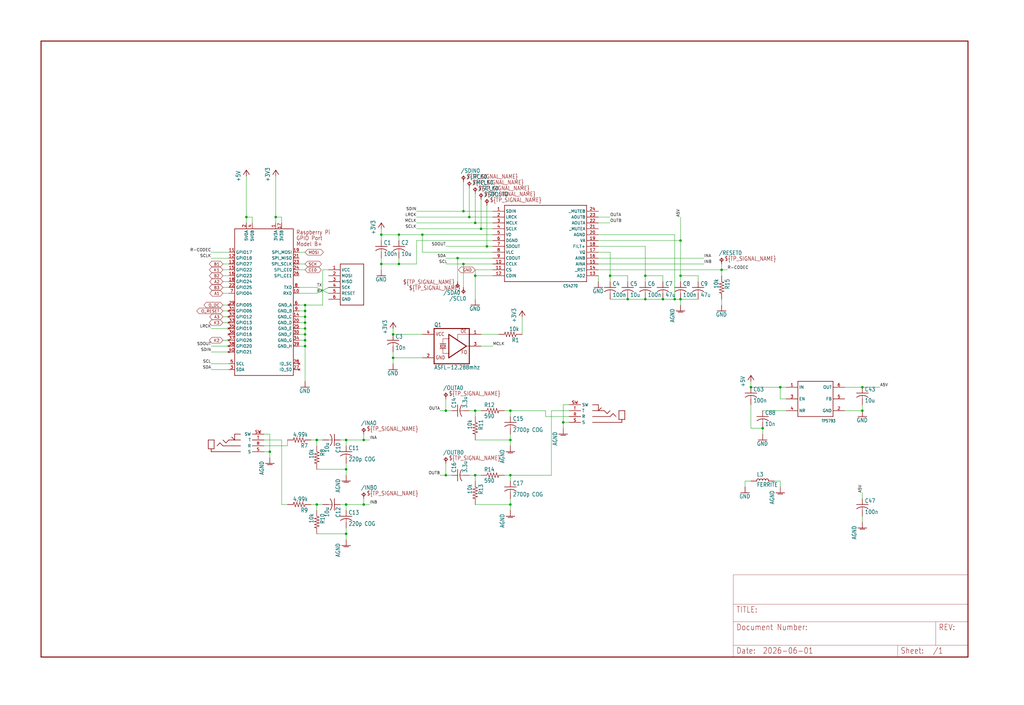
<source format=kicad_sch>
(kicad_sch (version 20231120) (generator "eeschema") (generator_version "8.0")
  (paper "User" 443.357 305.206)
  (lib_symbols
    (symbol "norns-shield-210330-eagle-import:+3V3" (power)
      (symbol "+3V3_1_0"
        (pin power_in line (at 0 -2.54 90) (length 2.54) (name "+3V3") (number "1"))
      )
    )
    (symbol "norns-shield-210330-eagle-import:+5V" (power)
      (symbol "+5V_1_0"
        (pin power_in line (at 0 -2.54 90) (length 2.54) (name "+5V") (number "1"))
      )
    )
    (symbol "norns-shield-210330-eagle-import:AGND" (power)
      (symbol "AGND_1_0"
        (pin power_in line (at 0 2.54 270) (length 2.54) (name "AGND") (number "1"))
      )
    )
    (symbol "norns-shield-210330-eagle-import:ASF"
      (property "Reference" "Q" (at -7.62 8.255 0))
      (symbol "ASF_1_0"
        (text "FO" (at 4.064 -3.556 0) (effects (font (size 1.524 1.2954)) (justify left bottom)))
        (text "GND" (at -6.985 -5.842 0) (effects (font (size 1.524 1.2954)) (justify left bottom)))
        (text "OE" (at 3.81 5.588 0) (effects (font (size 1.524 1.2954)) (justify left bottom)))
        (text "VCC" (at -6.985 4.318 0) (effects (font (size 1.524 1.2954)) (justify left bottom)))
        (pin input line (at 12.7 5.08 180) (length 5.08) (name "OE") (number "1"))
        (pin power_in line (at -12.7 -5.08 0) (length 5.08) (name "GND") (number "2"))
        (pin output line (at 12.7 0 180) (length 5.08) (name "FO") (number "3"))
        (pin power_in line (at -12.7 5.08 0) (length 5.08) (name "VCC") (number "4"))
      )
    )
    (symbol "norns-shield-210330-eagle-import:C-USC0603"
      (property "Reference" "C" (at 1.016 0.635 0))
      (symbol "C-USC0603_1_0"
        (pin passive line (at 0 2.54 270) (length 2.54) (name "1") (number "1"))
        (pin passive line (at 0 -5.08 90) (length 2.54) (name "2") (number "2"))
      )
    )
    (symbol "norns-shield-210330-eagle-import:C-USC0805"
      (property "Reference" "C" (at 1.016 0.635 0))
      (symbol "C-USC0805_1_0"
        (pin passive line (at 0 2.54 270) (length 2.54) (name "1") (number "1"))
        (pin passive line (at 0 -5.08 90) (length 2.54) (name "2") (number "2"))
      )
    )
    (symbol "norns-shield-210330-eagle-import:C-USC1206"
      (property "Reference" "C" (at 1.016 0.635 0))
      (symbol "C-USC1206_1_0"
        (pin passive line (at 0 2.54 270) (length 2.54) (name "1") (number "1"))
        (pin passive line (at 0 -5.08 90) (length 2.54) (name "2") (number "2"))
      )
    )
    (symbol "norns-shield-210330-eagle-import:CS4270"
      (symbol "CS4270_1_0"
        (pin bidirectional line (at -22.86 12.7 0) (length 5.08) (name "SDIN") (number "1"))
        (pin bidirectional line (at -22.86 -10.16 0) (length 5.08) (name "CCLK") (number "10"))
        (pin bidirectional line (at -22.86 -12.7 0) (length 5.08) (name "CS") (number "11"))
        (pin bidirectional line (at -22.86 -15.24 0) (length 5.08) (name "CDIN") (number "12"))
        (pin bidirectional line (at 22.86 -15.24 180) (length 5.08) (name "AD2") (number "13"))
        (pin bidirectional line (at 22.86 -12.7 180) (length 5.08) (name "_RST") (number "14"))
        (pin bidirectional line (at 22.86 -10.16 180) (length 5.08) (name "AINA") (number "15"))
        (pin bidirectional line (at 22.86 -7.62 180) (length 5.08) (name "AINB") (number "16"))
        (pin bidirectional line (at 22.86 -5.08 180) (length 5.08) (name "VQ") (number "17"))
        (pin bidirectional line (at 22.86 -2.54 180) (length 5.08) (name "FILT+") (number "18"))
        (pin bidirectional line (at 22.86 0 180) (length 5.08) (name "VA") (number "19"))
        (pin bidirectional line (at -22.86 10.16 0) (length 5.08) (name "LRCK") (number "2"))
        (pin bidirectional line (at 22.86 2.54 180) (length 5.08) (name "AGND") (number "20"))
        (pin bidirectional line (at 22.86 5.08 180) (length 5.08) (name "_MUTEA") (number "21"))
        (pin bidirectional line (at 22.86 7.62 180) (length 5.08) (name "AOUTA") (number "22"))
        (pin bidirectional line (at 22.86 10.16 180) (length 5.08) (name "AOUTB") (number "23"))
        (pin bidirectional line (at 22.86 12.7 180) (length 5.08) (name "_MUTEB") (number "24"))
        (pin bidirectional line (at -22.86 7.62 0) (length 5.08) (name "MCLK") (number "3"))
        (pin bidirectional line (at -22.86 5.08 0) (length 5.08) (name "SCLK") (number "4"))
        (pin bidirectional line (at -22.86 2.54 0) (length 5.08) (name "VD") (number "5"))
        (pin bidirectional line (at -22.86 0 0) (length 5.08) (name "DGND") (number "6"))
        (pin bidirectional line (at -22.86 -2.54 0) (length 5.08) (name "SDOUT") (number "7"))
        (pin bidirectional line (at -22.86 -5.08 0) (length 5.08) (name "VLC") (number "8"))
        (pin bidirectional line (at -22.86 -7.62 0) (length 5.08) (name "CDOUT") (number "9"))
      )
    )
    (symbol "norns-shield-210330-eagle-import:GND" (power)
      (symbol "GND_1_0"
        (pin power_in line (at 0 2.54 270) (length 2.54) (name "GND") (number "1"))
      )
    )
    (symbol "norns-shield-210330-eagle-import:ISP-ROW"
      (symbol "ISP-ROW_1_0"
        (pin bidirectional line (at -7.62 5.08 0) (length 5.08) (name "VCC") (number "1"))
        (pin bidirectional line (at -7.62 2.54 0) (length 5.08) (name "MOSI") (number "2"))
        (pin bidirectional line (at -7.62 0 0) (length 5.08) (name "MISO") (number "3"))
        (pin bidirectional line (at -7.62 -2.54 0) (length 5.08) (name "SCK") (number "4"))
        (pin bidirectional line (at -7.62 -5.08 0) (length 5.08) (name "RESET") (number "5"))
        (pin bidirectional line (at -7.62 -7.62 0) (length 5.08) (name "GND") (number "6"))
      )
    )
    (symbol "norns-shield-210330-eagle-import:JACK-TRS-SW"
      (symbol "JACK-TRS-SW_1_0"
        (pin bidirectional line (at 12.7 0 180) (length 5.08) (name "R") (number "R"))
        (pin bidirectional line (at 12.7 2.54 180) (length 5.08) (name "S") (number "S"))
        (pin bidirectional line (at 12.7 -5.08 180) (length 5.08) (name "SW") (number "SW"))
        (pin bidirectional line (at 12.7 -2.54 180) (length 5.08) (name "T") (number "T"))
      )
    )
    (symbol "norns-shield-210330-eagle-import:L_0805"
      (property "Reference" "L" (at -2.54 1.905 0))
      (symbol "L_0805_1_0"
        (pin passive line (at 5.08 0 180) (length 2.54) (name "1") (number "1"))
        (pin passive line (at -5.08 0 0) (length 2.54) (name "2") (number "2"))
      )
    )
    (symbol "norns-shield-210330-eagle-import:R-US_R0603"
      (property "Reference" "R" (at -3.81 1.4986 0))
      (symbol "R-US_R0603_1_0"
        (pin passive line (at -5.08 0 0) (length 2.54) (name "1") (number "1"))
        (pin passive line (at 5.08 0 180) (length 2.54) (name "2") (number "2"))
      )
    )
    (symbol "norns-shield-210330-eagle-import:RASPI_BOARD_B+#_E3"
      (symbol "RASPI_BOARD_B+#_E3_1_0"
        (text "GPIO Port" (at 13.97 20.32 0) (effects (font (size 1.778 1.5113)) (justify left bottom)))
        (text "Model B+" (at 13.97 17.78 0) (effects (font (size 1.778 1.5113)) (justify left bottom)))
        (text "Raspberry Pi" (at 13.97 22.86 0) (effects (font (size 1.778 1.5113)) (justify left bottom)))
        (pin power_in line (at 5.08 27.94 270) (length 2.54) (name "3V3A") (number "1"))
        (pin bidirectional line (at 15.24 -2.54 180) (length 2.54) (name "RXD") (number "10"))
        (pin bidirectional line (at -15.24 15.24 0) (length 2.54) (name "GPIO17") (number "11"))
        (pin bidirectional line (at -15.24 12.7 0) (length 2.54) (name "GPIO18") (number "12"))
        (pin bidirectional line (at -15.24 10.16 0) (length 2.54) (name "GPIO27") (number "13"))
        (pin power_in line (at 15.24 -12.7 180) (length 2.54) (name "GND_C") (number "14"))
        (pin bidirectional line (at -15.24 7.62 0) (length 2.54) (name "GPIO22") (number "15"))
        (pin bidirectional line (at -15.24 5.08 0) (length 2.54) (name "GPIO23") (number "16"))
        (pin power_in line (at 7.62 27.94 270) (length 2.54) (name "3V3B") (number "17"))
        (pin bidirectional line (at -15.24 2.54 0) (length 2.54) (name "GPIO24") (number "18"))
        (pin bidirectional line (at 15.24 15.24 180) (length 2.54) (name "SPI_MOSI") (number "19"))
        (pin power_in line (at -7.62 27.94 270) (length 2.54) (name "5V0A") (number "2"))
        (pin power_in line (at 15.24 -15.24 180) (length 2.54) (name "GND_D") (number "20"))
        (pin bidirectional line (at 15.24 12.7 180) (length 2.54) (name "SPI_MISO") (number "21"))
        (pin bidirectional line (at -15.24 0 0) (length 2.54) (name "GPIO25") (number "22"))
        (pin bidirectional line (at 15.24 10.16 180) (length 2.54) (name "SPI_SCLK") (number "23"))
        (pin bidirectional line (at 15.24 7.62 180) (length 2.54) (name "SPI_CE0") (number "24"))
        (pin power_in line (at 15.24 -17.78 180) (length 2.54) (name "GND_E") (number "25"))
        (pin bidirectional line (at 15.24 5.08 180) (length 2.54) (name "SPI_CE1") (number "26"))
        (pin no_connect line (at 15.24 -35.56 180) (length 2.54) (name "ID_SD") (number "27"))
        (pin no_connect line (at 15.24 -33.02 180) (length 2.54) (name "ID_SC") (number "28"))
        (pin no_connect line (at -15.24 -7.62 0) (length 2.54) (name "GPIO05") (number "29"))
        (pin bidirectional line (at -15.24 -35.56 0) (length 2.54) (name "SDA") (number "3"))
        (pin power_in line (at 15.24 -20.32 180) (length 2.54) (name "GND_F") (number "30"))
        (pin no_connect line (at -15.24 -10.16 0) (length 2.54) (name "GPIO06") (number "31"))
        (pin no_connect line (at -15.24 -12.7 0) (length 2.54) (name "GPIO12") (number "32"))
        (pin no_connect line (at -15.24 -15.24 0) (length 2.54) (name "GPIO13") (number "33"))
        (pin power_in line (at 15.24 -22.86 180) (length 2.54) (name "GND_G") (number "34"))
        (pin no_connect line (at -15.24 -17.78 0) (length 2.54) (name "GPIO19") (number "35"))
        (pin no_connect line (at -15.24 -20.32 0) (length 2.54) (name "GPIO16") (number "36"))
        (pin no_connect line (at -15.24 -22.86 0) (length 2.54) (name "GPIO26") (number "37"))
        (pin no_connect line (at -15.24 -25.4 0) (length 2.54) (name "GPIO20") (number "38"))
        (pin power_in line (at 15.24 -25.4 180) (length 2.54) (name "GND_H") (number "39"))
        (pin power_in line (at -5.08 27.94 270) (length 2.54) (name "5V0B") (number "4"))
        (pin no_connect line (at -15.24 -27.94 0) (length 2.54) (name "GPIO21") (number "40"))
        (pin bidirectional line (at -15.24 -33.02 0) (length 2.54) (name "SCL") (number "5"))
        (pin power_in line (at 15.24 -7.62 180) (length 2.54) (name "GND_A") (number "6"))
        (pin bidirectional line (at -15.24 -2.54 0) (length 2.54) (name "GPIO04") (number "7"))
        (pin bidirectional line (at 15.24 0 180) (length 2.54) (name "TXD") (number "8"))
        (pin power_in line (at 15.24 -10.16 180) (length 2.54) (name "GND_B") (number "9"))
      )
    )
    (symbol "norns-shield-210330-eagle-import:SparkFun-Aesthetics_GND" (power)
      (symbol "SparkFun-Aesthetics_GND_1_0"
        (pin power_in line (at 0 2.54 270) (length 2.54) (name "GND") (number "1"))
      )
    )
    (symbol "norns-shield-210330-eagle-import:TABL_L"
      (symbol "TABL_L_2_0"
        (text "${#}/${##}" (at 86.36 1.27 0) (effects (font (size 2.54 2.159)) (justify left bottom)))
        (text "${CURRENT_DATE}" (at 12.7 1.27 0) (effects (font (size 2.54 2.159)) (justify left bottom)))
        (text "${PROJECTNAME}" (at 17.78 19.05 0) (effects (font (size 2.54 2.159)) (justify left bottom)))
        (text "Date:" (at 1.27 1.27 0) (effects (font (size 2.54 2.159)) (justify left bottom)))
        (text "Document Number:" (at 1.27 11.43 0) (effects (font (size 2.54 2.159)) (justify left bottom)))
        (text "REV:" (at 88.9 11.43 0) (effects (font (size 2.54 2.159)) (justify left bottom)))
        (text "Sheet:" (at 72.39 1.27 0) (effects (font (size 2.54 2.159)) (justify left bottom)))
        (text "TITLE:" (at 1.27 19.05 0) (effects (font (size 2.54 2.159)) (justify left bottom)))
      )
    )
    (symbol "norns-shield-210330-eagle-import:TPS793"
      (symbol "TPS793_1_0"
        (pin bidirectional line (at -12.7 5.08 0) (length 5.08) (name "IN") (number "1"))
        (pin bidirectional line (at 12.7 -5.08 180) (length 5.08) (name "GND") (number "2"))
        (pin bidirectional line (at -12.7 0 0) (length 5.08) (name "EN") (number "3"))
        (pin bidirectional line (at -12.7 -5.08 0) (length 5.08) (name "NR") (number "4"))
        (pin bidirectional line (at 12.7 0 180) (length 5.08) (name "FB") (number "5"))
        (pin bidirectional line (at 12.7 5.08 180) (length 5.08) (name "OUT") (number "6"))
      )
    )
    (symbol "norns-shield-210330-eagle-import:TPTP12R"
      (property "Reference" "TP" (at -1.27 1.27 0))
      (symbol "TPTP12R_1_0"
        (text "${TP_SIGNAL_NAME}" (at 1.27 -1.27 0) (effects (font (size 1.778 1.5113)) (justify left bottom)))
        (pin input line (at 0 -2.54 90) (length 2.54) (name "TP") (number "TP"))
      )
    )
  )
  (junction (at 193.04 205.74))
  (junction (at 220.98 218.44))
  (junction (at 132.08 144.78))
  (junction (at 132.08 149.86))
  (junction (at 132.08 134.62))
  (junction (at 205.74 119.38))
  (junction (at 200.66 91.44))
  (junction (at 182.88 101.6))
  (junction (at 312.42 116.84))
  (junction (at 157.48 218.44))
  (junction (at 243.84 182.88))
  (junction (at 149.86 218.44))
  (junction (at 294.64 129.54))
  (junction (at 132.08 147.32))
  (junction (at 149.86 231.14))
  (junction (at 203.2 93.98))
  (junction (at 210.82 106.68))
  (junction (at 137.16 218.44))
  (junction (at 220.98 205.74))
  (junction (at 205.74 177.8))
  (junction (at 137.16 190.5))
  (junction (at 287.02 129.54))
  (junction (at 279.4 129.54))
  (junction (at 193.04 177.8))
  (junction (at 294.64 119.38))
  (junction (at 165.1 101.6))
  (junction (at 264.16 119.38))
  (junction (at 279.4 119.38))
  (junction (at 208.28 99.06))
  (junction (at 149.86 190.5))
  (junction (at 132.08 139.7))
  (junction (at 198.12 111.76))
  (junction (at 205.74 205.74))
  (junction (at 132.08 142.24))
  (junction (at 170.18 144.78))
  (junction (at 165.1 114.3))
  (junction (at 337.82 167.64))
  (junction (at 271.78 129.54))
  (junction (at 132.08 132.08))
  (junction (at 330.2 185.42))
  (junction (at 157.48 190.5))
  (junction (at 116.84 195.58))
  (junction (at 132.08 137.16))
  (junction (at 292.1 129.54))
  (junction (at 373.38 177.8))
  (junction (at 220.98 177.8))
  (junction (at 119.38 93.98))
  (junction (at 373.38 167.64))
  (junction (at 205.74 96.52))
  (junction (at 294.64 104.14))
  (junction (at 200.66 114.3))
  (junction (at 172.72 114.3))
  (junction (at 170.18 154.94))
  (junction (at 220.98 190.5))
  (junction (at 106.68 93.98))
  (junction (at 172.72 101.6))
  (junction (at 149.86 203.2))
  (junction (at 325.12 167.64))
  (wire (pts (xy 264.16 119.38) (xy 264.16 121.92)) (stroke (width 0.1524)))
  (wire (pts (xy 182.88 154.94) (xy 170.18 154.94)) (stroke (width 0.1524)))
  (wire (pts (xy 208.28 99.06) (xy 180.34 99.06)) (stroke (width 0.1524)))
  (wire (pts (xy 312.42 114.3) (xy 312.42 116.84)) (stroke (width 0.1524)))
  (wire (pts (xy 165.1 101.6) (xy 165.1 104.14)) (stroke (width 0.1524)))
  (wire (pts (xy 121.92 190.5) (xy 121.92 218.44)) (stroke (width 0.1524)))
  (wire (pts (xy 91.44 157.48) (xy 99.06 157.48)) (stroke (width 0.1524)))
  (wire (pts (xy 294.64 104.14) (xy 294.64 119.38)) (stroke (width 0.1524)))
  (wire (pts (xy 172.72 101.6) (xy 165.1 101.6)) (stroke (width 0.1524)))
  (wire (pts (xy 129.54 147.32) (xy 132.08 147.32)) (stroke (width 0.1524)))
  (wire (pts (xy 182.88 101.6) (xy 172.72 101.6)) (stroke (width 0.1524)))
  (wire (pts (xy 302.26 119.38) (xy 302.26 121.92)) (stroke (width 0.1524)))
  (wire (pts (xy 129.54 144.78) (xy 132.08 144.78)) (stroke (width 0.1524)))
  (wire (pts (xy 132.08 139.7) (xy 132.08 142.24)) (stroke (width 0.1524)))
  (wire (pts (xy 246.38 175.26) (xy 243.84 175.26)) (stroke (width 0.1524)))
  (wire (pts (xy 337.82 210.82) (xy 337.82 208.28)) (stroke (width 0.1524)))
  (wire (pts (xy 165.1 116.84) (xy 165.1 114.3)) (stroke (width 0.1524)))
  (wire (pts (xy 129.54 139.7) (xy 132.08 139.7)) (stroke (width 0.1524)))
  (wire (pts (xy 220.98 190.5) (xy 220.98 187.96)) (stroke (width 0.1524)))
  (wire (pts (xy 137.16 127) (xy 142.24 124.46)) (stroke (width 0.1524)))
  (wire (pts (xy 271.78 129.54) (xy 264.16 129.54)) (stroke (width 0.1524)))
  (wire (pts (xy 208.28 149.86) (xy 213.36 149.86)) (stroke (width 0.1524)))
  (wire (pts (xy 292.1 129.54) (xy 294.64 129.54)) (stroke (width 0.1524)))
  (wire (pts (xy 193.04 200.66) (xy 193.04 205.74)) (stroke (width 0.1524)))
  (wire (pts (xy 149.86 218.44) (xy 149.86 220.98)) (stroke (width 0.1524)))
  (wire (pts (xy 218.44 177.8) (xy 220.98 177.8)) (stroke (width 0.1524)))
  (wire (pts (xy 106.68 93.98) (xy 106.68 76.2)) (stroke (width 0.1524)))
  (wire (pts (xy 96.52 114.3) (xy 99.06 114.3)) (stroke (width 0.1524)))
  (wire (pts (xy 170.18 144.78) (xy 170.18 142.24)) (stroke (width 0.1524)))
  (wire (pts (xy 205.74 119.38) (xy 213.36 119.38)) (stroke (width 0.1524)))
  (wire (pts (xy 96.52 124.46) (xy 99.06 124.46)) (stroke (width 0.1524)))
  (wire (pts (xy 132.08 114.3) (xy 129.54 114.3)) (stroke (width 0.1524)))
  (wire (pts (xy 279.4 106.68) (xy 279.4 119.38)) (stroke (width 0.1524)))
  (wire (pts (xy 180.34 96.52) (xy 205.74 96.52)) (stroke (width 0.1524)))
  (wire (pts (xy 205.74 190.5) (xy 220.98 190.5)) (stroke (width 0.1524)))
  (wire (pts (xy 325.12 208.28) (xy 322.58 208.28)) (stroke (width 0.1524)))
  (wire (pts (xy 119.38 93.98) (xy 119.38 96.52)) (stroke (width 0.1524)))
  (wire (pts (xy 203.2 177.8) (xy 205.74 177.8)) (stroke (width 0.1524)))
  (wire (pts (xy 172.72 104.14) (xy 172.72 101.6)) (stroke (width 0.1524)))
  (wire (pts (xy 193.04 106.68) (xy 210.82 106.68)) (stroke (width 0.1524)))
  (wire (pts (xy 259.08 106.68) (xy 279.4 106.68)) (stroke (width 0.1524)))
  (wire (pts (xy 124.46 193.04) (xy 114.3 193.04)) (stroke (width 0.1524)))
  (wire (pts (xy 238.76 177.8) (xy 238.76 205.74)) (stroke (width 0.1524)))
  (wire (pts (xy 243.84 175.26) (xy 243.84 182.88)) (stroke (width 0.1524)))
  (wire (pts (xy 157.48 190.5) (xy 160.02 190.5)) (stroke (width 0.1524)))
  (wire (pts (xy 294.64 104.14) (xy 294.64 93.98)) (stroke (width 0.1524)))
  (wire (pts (xy 271.78 119.38) (xy 271.78 121.92)) (stroke (width 0.1524)))
  (wire (pts (xy 287.02 129.54) (xy 292.1 129.54)) (stroke (width 0.1524)))
  (wire (pts (xy 116.84 187.96) (xy 116.84 195.58)) (stroke (width 0.1524)))
  (wire (pts (xy 121.92 218.44) (xy 124.46 218.44)) (stroke (width 0.1524)))
  (wire (pts (xy 172.72 114.3) (xy 165.1 114.3)) (stroke (width 0.1524)))
  (wire (pts (xy 149.86 200.66) (xy 149.86 203.2)) (stroke (width 0.1524)))
  (wire (pts (xy 198.12 111.76) (xy 213.36 111.76)) (stroke (width 0.1524)))
  (wire (pts (xy 325.12 167.64) (xy 337.82 167.64)) (stroke (width 0.1524)))
  (wire (pts (xy 294.64 119.38) (xy 294.64 121.92)) (stroke (width 0.1524)))
  (wire (pts (xy 119.38 93.98) (xy 121.92 93.98)) (stroke (width 0.1524)))
  (wire (pts (xy 149.86 228.6) (xy 149.86 231.14)) (stroke (width 0.1524)))
  (wire (pts (xy 264.16 96.52) (xy 259.08 96.52)) (stroke (width 0.1524)))
  (wire (pts (xy 325.12 185.42) (xy 325.12 175.26)) (stroke (width 0.1524)))
  (wire (pts (xy 193.04 205.74) (xy 195.58 205.74)) (stroke (width 0.1524)))
  (wire (pts (xy 170.18 154.94) (xy 170.18 152.4)) (stroke (width 0.1524)))
  (wire (pts (xy 365.76 177.8) (xy 373.38 177.8)) (stroke (width 0.1524)))
  (wire (pts (xy 96.52 147.32) (xy 99.06 147.32)) (stroke (width 0.1524)))
  (wire (pts (xy 312.42 119.38) (xy 312.42 116.84)) (stroke (width 0.1524)))
  (wire (pts (xy 302.26 129.54) (xy 294.64 129.54)) (stroke (width 0.1524)))
  (wire (pts (xy 205.74 119.38) (xy 205.74 129.54)) (stroke (width 0.1524)))
  (wire (pts (xy 259.08 101.6) (xy 292.1 101.6)) (stroke (width 0.1524)))
  (wire (pts (xy 287.02 119.38) (xy 287.02 121.92)) (stroke (width 0.1524)))
  (wire (pts (xy 294.64 132.08) (xy 294.64 129.54)) (stroke (width 0.1524)))
  (wire (pts (xy 200.66 91.44) (xy 213.36 91.44)) (stroke (width 0.1524)))
  (wire (pts (xy 373.38 215.9) (xy 373.38 213.36)) (stroke (width 0.1524)))
  (wire (pts (xy 190.5 205.74) (xy 193.04 205.74)) (stroke (width 0.1524)))
  (wire (pts (xy 340.36 177.8) (xy 330.2 177.8)) (stroke (width 0.1524)))
  (wire (pts (xy 109.22 93.98) (xy 109.22 96.52)) (stroke (width 0.1524)))
  (wire (pts (xy 259.08 114.3) (xy 304.8 114.3)) (stroke (width 0.1524)))
  (wire (pts (xy 264.16 93.98) (xy 259.08 93.98)) (stroke (width 0.1524)))
  (wire (pts (xy 91.44 152.4) (xy 99.06 152.4)) (stroke (width 0.1524)))
  (wire (pts (xy 170.18 157.48) (xy 170.18 154.94)) (stroke (width 0.1524)))
  (wire (pts (xy 312.42 132.08) (xy 312.42 129.54)) (stroke (width 0.1524)))
  (wire (pts (xy 137.16 190.5) (xy 139.7 190.5)) (stroke (width 0.1524)))
  (wire (pts (xy 119.38 93.98) (xy 119.38 76.2)) (stroke (width 0.1524)))
  (wire (pts (xy 129.54 137.16) (xy 132.08 137.16)) (stroke (width 0.1524)))
  (wire (pts (xy 180.34 104.14) (xy 180.34 114.3)) (stroke (width 0.1524)))
  (wire (pts (xy 279.4 129.54) (xy 271.78 129.54)) (stroke (width 0.1524)))
  (wire (pts (xy 180.34 91.44) (xy 200.66 91.44)) (stroke (width 0.1524)))
  (wire (pts (xy 91.44 160.02) (xy 99.06 160.02)) (stroke (width 0.1524)))
  (wire (pts (xy 137.16 127) (xy 129.54 127)) (stroke (width 0.1524)))
  (wire (pts (xy 264.16 119.38) (xy 271.78 119.38)) (stroke (width 0.1524)))
  (wire (pts (xy 213.36 101.6) (xy 182.88 101.6)) (stroke (width 0.1524)))
  (wire (pts (xy 205.74 96.52) (xy 213.36 96.52)) (stroke (width 0.1524)))
  (wire (pts (xy 114.3 195.58) (xy 116.84 195.58)) (stroke (width 0.1524)))
  (wire (pts (xy 205.74 177.8) (xy 208.28 177.8)) (stroke (width 0.1524)))
  (wire (pts (xy 149.86 190.5) (xy 149.86 193.04)) (stroke (width 0.1524)))
  (wire (pts (xy 114.3 187.96) (xy 116.84 187.96)) (stroke (width 0.1524)))
  (wire (pts (xy 200.66 114.3) (xy 200.66 124.46)) (stroke (width 0.1524)))
  (wire (pts (xy 205.74 83.82) (xy 205.74 96.52)) (stroke (width 0.1524)))
  (wire (pts (xy 200.66 114.3) (xy 213.36 114.3)) (stroke (width 0.1524)))
  (wire (pts (xy 132.08 144.78) (xy 132.08 147.32)) (stroke (width 0.1524)))
  (wire (pts (xy 116.84 195.58) (xy 116.84 198.12)) (stroke (width 0.1524)))
  (wire (pts (xy 96.52 121.92) (xy 99.06 121.92)) (stroke (width 0.1524)))
  (wire (pts (xy 139.7 132.08) (xy 132.08 132.08)) (stroke (width 0.1524)))
  (wire (pts (xy 142.24 116.84) (xy 139.7 116.84)) (stroke (width 0.1524)))
  (wire (pts (xy 203.2 93.98) (xy 213.36 93.98)) (stroke (width 0.1524)))
  (wire (pts (xy 279.4 119.38) (xy 287.02 119.38)) (stroke (width 0.1524)))
  (wire (pts (xy 213.36 116.84) (xy 205.74 116.84)) (stroke (width 0.1524)))
  (wire (pts (xy 129.54 132.08) (xy 132.08 132.08)) (stroke (width 0.1524)))
  (wire (pts (xy 220.98 218.44) (xy 220.98 215.9)) (stroke (width 0.1524)))
  (wire (pts (xy 96.52 139.7) (xy 99.06 139.7)) (stroke (width 0.1524)))
  (wire (pts (xy 132.08 109.22) (xy 129.54 109.22)) (stroke (width 0.1524)))
  (wire (pts (xy 132.08 134.62) (xy 132.08 137.16)) (stroke (width 0.1524)))
  (wire (pts (xy 96.52 134.62) (xy 99.06 134.62)) (stroke (width 0.1524)))
  (wire (pts (xy 193.04 172.72) (xy 193.04 177.8)) (stroke (width 0.1524)))
  (wire (pts (xy 236.22 180.34) (xy 236.22 177.8)) (stroke (width 0.1524)))
  (wire (pts (xy 106.68 93.98) (xy 109.22 93.98)) (stroke (width 0.1524)))
  (wire (pts (xy 149.86 218.44) (xy 157.48 218.44)) (stroke (width 0.1524)))
  (wire (pts (xy 137.16 193.04) (xy 137.16 190.5)) (stroke (width 0.1524)))
  (wire (pts (xy 182.88 144.78) (xy 170.18 144.78)) (stroke (width 0.1524)))
  (wire (pts (xy 137.16 203.2) (xy 149.86 203.2)) (stroke (width 0.1524)))
  (wire (pts (xy 215.9 144.78) (xy 208.28 144.78)) (stroke (width 0.1524)))
  (wire (pts (xy 330.2 187.96) (xy 330.2 185.42)) (stroke (width 0.1524)))
  (wire (pts (xy 325.12 167.64) (xy 325.12 165.1)) (stroke (width 0.1524)))
  (wire (pts (xy 129.54 142.24) (xy 132.08 142.24)) (stroke (width 0.1524)))
  (wire (pts (xy 132.08 132.08) (xy 132.08 134.62)) (stroke (width 0.1524)))
  (wire (pts (xy 279.4 119.38) (xy 279.4 121.92)) (stroke (width 0.1524)))
  (wire (pts (xy 147.32 218.44) (xy 149.86 218.44)) (stroke (width 0.1524)))
  (wire (pts (xy 259.08 109.22) (xy 264.16 109.22)) (stroke (width 0.1524)))
  (wire (pts (xy 292.1 101.6) (xy 292.1 129.54)) (stroke (width 0.1524)))
  (wire (pts (xy 96.52 132.08) (xy 99.06 132.08)) (stroke (width 0.1524)))
  (wire (pts (xy 203.2 205.74) (xy 205.74 205.74)) (stroke (width 0.1524)))
  (wire (pts (xy 121.92 190.5) (xy 114.3 190.5)) (stroke (width 0.1524)))
  (wire (pts (xy 213.36 106.68) (xy 210.82 106.68)) (stroke (width 0.1524)))
  (wire (pts (xy 238.76 177.8) (xy 246.38 177.8)) (stroke (width 0.1524)))
  (wire (pts (xy 165.1 114.3) (xy 165.1 111.76)) (stroke (width 0.1524)))
  (wire (pts (xy 129.54 134.62) (xy 132.08 134.62)) (stroke (width 0.1524)))
  (wire (pts (xy 96.52 116.84) (xy 99.06 116.84)) (stroke (width 0.1524)))
  (wire (pts (xy 238.76 205.74) (xy 220.98 205.74)) (stroke (width 0.1524)))
  (wire (pts (xy 220.98 177.8) (xy 220.98 180.34)) (stroke (width 0.1524)))
  (wire (pts (xy 180.34 93.98) (xy 203.2 93.98)) (stroke (width 0.1524)))
  (wire (pts (xy 137.16 124.46) (xy 142.24 127)) (stroke (width 0.1524)))
  (wire (pts (xy 91.44 142.24) (xy 99.06 142.24)) (stroke (width 0.1524)))
  (wire (pts (xy 213.36 99.06) (xy 208.28 99.06)) (stroke (width 0.1524)))
  (wire (pts (xy 264.16 109.22) (xy 264.16 119.38)) (stroke (width 0.1524)))
  (wire (pts (xy 205.74 205.74) (xy 208.28 205.74)) (stroke (width 0.1524)))
  (wire (pts (xy 205.74 116.84) (xy 205.74 119.38)) (stroke (width 0.1524)))
  (wire (pts (xy 322.58 208.28) (xy 322.58 210.82)) (stroke (width 0.1524)))
  (wire (pts (xy 149.86 203.2) (xy 149.86 205.74)) (stroke (width 0.1524)))
  (wire (pts (xy 106.68 93.98) (xy 106.68 96.52)) (stroke (width 0.1524)))
  (wire (pts (xy 213.36 104.14) (xy 180.34 104.14)) (stroke (width 0.1524)))
  (wire (pts (xy 340.36 172.72) (xy 337.82 172.72)) (stroke (width 0.1524)))
  (wire (pts (xy 139.7 116.84) (xy 139.7 132.08)) (stroke (width 0.1524)))
  (wire (pts (xy 91.44 111.76) (xy 99.06 111.76)) (stroke (width 0.1524)))
  (wire (pts (xy 134.62 190.5) (xy 137.16 190.5)) (stroke (width 0.1524)))
  (wire (pts (xy 205.74 218.44) (xy 220.98 218.44)) (stroke (width 0.1524)))
  (wire (pts (xy 220.98 193.04) (xy 220.98 190.5)) (stroke (width 0.1524)))
  (wire (pts (xy 294.64 119.38) (xy 302.26 119.38)) (stroke (width 0.1524)))
  (wire (pts (xy 96.52 137.16) (xy 99.06 137.16)) (stroke (width 0.1524)))
  (wire (pts (xy 210.82 88.9) (xy 210.82 106.68)) (stroke (width 0.1524)))
  (wire (pts (xy 246.38 180.34) (xy 236.22 180.34)) (stroke (width 0.1524)))
  (wire (pts (xy 91.44 149.86) (xy 99.06 149.86)) (stroke (width 0.1524)))
  (wire (pts (xy 259.08 111.76) (xy 304.8 111.76)) (stroke (width 0.1524)))
  (wire (pts (xy 180.34 114.3) (xy 172.72 114.3)) (stroke (width 0.1524)))
  (wire (pts (xy 190.5 177.8) (xy 193.04 177.8)) (stroke (width 0.1524)))
  (wire (pts (xy 193.04 177.8) (xy 195.58 177.8)) (stroke (width 0.1524)))
  (wire (pts (xy 121.92 93.98) (xy 121.92 96.52)) (stroke (width 0.1524)))
  (wire (pts (xy 312.42 116.84) (xy 314.96 116.84)) (stroke (width 0.1524)))
  (wire (pts (xy 330.2 185.42) (xy 325.12 185.42)) (stroke (width 0.1524)))
  (wire (pts (xy 373.38 177.8) (xy 373.38 175.26)) (stroke (width 0.1524)))
  (wire (pts (xy 337.82 172.72) (xy 337.82 167.64)) (stroke (width 0.1524)))
  (wire (pts (xy 218.44 205.74) (xy 220.98 205.74)) (stroke (width 0.1524)))
  (wire (pts (xy 205.74 180.34) (xy 205.74 177.8)) (stroke (width 0.1524)))
  (wire (pts (xy 236.22 177.8) (xy 220.98 177.8)) (stroke (width 0.1524)))
  (wire (pts (xy 193.04 114.3) (xy 200.66 114.3)) (stroke (width 0.1524)))
  (wire (pts (xy 365.76 167.64) (xy 373.38 167.64)) (stroke (width 0.1524)))
  (wire (pts (xy 157.48 187.96) (xy 157.48 190.5)) (stroke (width 0.1524)))
  (wire (pts (xy 246.38 182.88) (xy 243.84 182.88)) (stroke (width 0.1524)))
  (wire (pts (xy 243.84 182.88) (xy 243.84 185.42)) (stroke (width 0.1524)))
  (wire (pts (xy 149.86 190.5) (xy 157.48 190.5)) (stroke (width 0.1524)))
  (wire (pts (xy 147.32 190.5) (xy 149.86 190.5)) (stroke (width 0.1524)))
  (wire (pts (xy 96.52 119.38) (xy 99.06 119.38)) (stroke (width 0.1524)))
  (wire (pts (xy 200.66 78.74) (xy 200.66 91.44)) (stroke (width 0.1524)))
  (wire (pts (xy 287.02 129.54) (xy 279.4 129.54)) (stroke (width 0.1524)))
  (wire (pts (xy 259.08 121.92) (xy 259.08 119.38)) (stroke (width 0.1524)))
  (wire (pts (xy 213.36 109.22) (xy 182.88 109.22)) (stroke (width 0.1524)))
  (wire (pts (xy 132.08 147.32) (xy 132.08 149.86)) (stroke (width 0.1524)))
  (wire (pts (xy 149.86 231.14) (xy 149.86 233.68)) (stroke (width 0.1524)))
  (wire (pts (xy 203.2 81.28) (xy 203.2 93.98)) (stroke (width 0.1524)))
  (wire (pts (xy 137.16 124.46) (xy 129.54 124.46)) (stroke (width 0.1524)))
  (wire (pts (xy 182.88 109.22) (xy 182.88 101.6)) (stroke (width 0.1524)))
  (wire (pts (xy 172.72 111.76) (xy 172.72 114.3)) (stroke (width 0.1524)))
  (wire (pts (xy 165.1 99.06) (xy 165.1 101.6)) (stroke (width 0.1524)))
  (wire (pts (xy 220.98 205.74) (xy 220.98 208.28)) (stroke (width 0.1524)))
  (wire (pts (xy 208.28 86.36) (xy 208.28 99.06)) (stroke (width 0.1524)))
  (wire (pts (xy 205.74 208.28) (xy 205.74 205.74)) (stroke (width 0.1524)))
  (wire (pts (xy 337.82 167.64) (xy 340.36 167.64)) (stroke (width 0.1524)))
  (wire (pts (xy 157.48 218.44) (xy 160.02 218.44)) (stroke (width 0.1524)))
  (wire (pts (xy 132.08 116.84) (xy 129.54 116.84)) (stroke (width 0.1524)))
  (wire (pts (xy 373.38 226.06) (xy 373.38 223.52)) (stroke (width 0.1524)))
  (wire (pts (xy 198.12 111.76) (xy 198.12 121.92)) (stroke (width 0.1524)))
  (wire (pts (xy 124.46 190.5) (xy 124.46 193.04)) (stroke (width 0.1524)))
  (wire (pts (xy 335.28 208.28) (xy 337.82 208.28)) (stroke (width 0.1524)))
  (wire (pts (xy 137.16 218.44) (xy 139.7 218.44)) (stroke (width 0.1524)))
  (wire (pts (xy 259.08 116.84) (xy 312.42 116.84)) (stroke (width 0.1524)))
  (wire (pts (xy 132.08 149.86) (xy 132.08 165.1)) (stroke (width 0.1524)))
  (wire (pts (xy 134.62 218.44) (xy 137.16 218.44)) (stroke (width 0.1524)))
  (wire (pts (xy 129.54 149.86) (xy 132.08 149.86)) (stroke (width 0.1524)))
  (wire (pts (xy 220.98 220.98) (xy 220.98 218.44)) (stroke (width 0.1524)))
  (wire (pts (xy 226.06 144.78) (xy 226.06 137.16)) (stroke (width 0.1524)))
  (wire (pts (xy 132.08 142.24) (xy 132.08 144.78)) (stroke (width 0.1524)))
  (wire (pts (xy 259.08 104.14) (xy 294.64 104.14)) (stroke (width 0.1524)))
  (wire (pts (xy 91.44 109.22) (xy 99.06 109.22)) (stroke (width 0.1524)))
  (wire (pts (xy 373.38 167.64) (xy 381 167.64)) (stroke (width 0.1524)))
  (wire (pts (xy 157.48 215.9) (xy 157.48 218.44)) (stroke (width 0.1524)))
  (wire (pts (xy 137.16 220.98) (xy 137.16 218.44)) (stroke (width 0.1524)))
  (wire (pts (xy 132.08 137.16) (xy 132.08 139.7)) (stroke (width 0.1524)))
  (wire (pts (xy 193.04 111.76) (xy 198.12 111.76)) (stroke (width 0.1524)))
  (wire (pts (xy 96.52 127) (xy 99.06 127)) (stroke (width 0.1524)))
  (wire (pts (xy 137.16 231.14) (xy 149.86 231.14)) (stroke (width 0.1524)))
  (label "INB" (at 160.02 218.44 0) (effects (font (size 1.2446 1.2446))))
  (label "SDOUT" (at 193.04 106.68 180) (effects (font (size 1.2446 1.2446))))
  (label "A5V" (at 381 167.64 0) (effects (font (size 1.2446 1.2446))))
  (label "SCL" (at 91.44 157.48 180) (effects (font (size 1.2446 1.2446))))
  (label "TX" (at 137.16 124.46 0) (effects (font (size 1.2446 1.2446))))
  (label "SDA" (at 91.44 160.02 180) (effects (font (size 1.2446 1.2446))))
  (label "OUTA" (at 264.16 93.98 0) (effects (font (size 1.2446 1.2446))))
  (label "R-CODEC" (at 314.96 116.84 0) (effects (font (size 1.2446 1.2446))))
  (label "MCLK" (at 180.34 96.52 180) (effects (font (size 1.2446 1.2446))))
  (label "SCL" (at 193.675 114.3 180) (effects (font (size 1.2446 1.2446))))
  (label "LRCK" (at 180.34 93.98 180) (effects (font (size 1.2446 1.2446))))
  (label "SCLK" (at 91.44 111.76 180) (effects (font (size 1.2446 1.2446))))
  (label "INA" (at 160.02 190.5 0) (effects (font (size 1.2446 1.2446))))
  (label "OUTB" (at 264.16 96.52 0) (effects (font (size 1.2446 1.2446))))
  (label "RX" (at 137.16 127 0) (effects (font (size 1.2446 1.2446))))
  (label "SDIN" (at 180.34 91.44 180) (effects (font (size 1.2446 1.2446))))
  (label "A5V" (at 294.64 93.98 90) (effects (font (size 1.2446 1.2446))))
  (label "SDA" (at 193.04 111.76 180) (effects (font (size 1.2446 1.2446))))
  (label "LRCK" (at 91.44 142.24 180) (effects (font (size 1.2446 1.2446))))
  (label "SDIN" (at 91.44 152.4 180) (effects (font (size 1.2446 1.2446))))
  (label "OUTB" (at 190.5 205.74 180) (effects (font (size 1.2446 1.2446))))
  (label "SDOUT" (at 91.44 149.86 180) (effects (font (size 1.2446 1.2446))))
  (label "A5V" (at 373.38 213.36 90) (effects (font (size 1.2446 1.2446))))
  (label "INB" (at 304.8 114.3 0) (effects (font (size 1.2446 1.2446))))
  (label "OUTA" (at 190.5 177.8 180) (effects (font (size 1.2446 1.2446))))
  (label "INA" (at 304.8 111.76 0) (effects (font (size 1.2446 1.2446))))
  (label "SCLK" (at 180.34 99.06 180) (effects (font (size 1.2446 1.2446))))
  (label "R-CODEC" (at 91.44 109.22 180) (effects (font (size 1.2446 1.2446))))
  (label "MCLK" (at 213.36 149.86 0) (effects (font (size 1.2446 1.2446))))
  (global_label "B1" (shape bidirectional) (at 96.52 114.3 180) (effects (font (size 1.2446 1.2446))) (property "Intersheetrefs" "${INTERSHEET_REFS}" (effects (hide yes))))
  (global_label "GND" (shape bidirectional) (at 205.74 116.84 180) (effects (font (size 1.2446 1.2446))) (property "Intersheetrefs" "${INTERSHEET_REFS}" (effects (hide yes))))
  (global_label "CE0" (shape bidirectional) (at 132.08 116.84 0) (effects (font (size 1.2446 1.2446))) (property "Intersheetrefs" "${INTERSHEET_REFS}" (effects (hide yes))))
  (global_label "A3" (shape bidirectional) (at 96.52 137.16 180) (effects (font (size 1.2446 1.2446))) (property "Intersheetrefs" "${INTERSHEET_REFS}" (effects (hide yes))))
  (global_label "A1" (shape bidirectional) (at 96.52 127 180) (effects (font (size 1.2446 1.2446))) (property "Intersheetrefs" "${INTERSHEET_REFS}" (effects (hide yes))))
  (global_label "K3" (shape bidirectional) (at 96.52 139.7 180) (effects (font (size 1.2446 1.2446))) (property "Intersheetrefs" "${INTERSHEET_REFS}" (effects (hide yes))))
  (global_label "K2" (shape bidirectional) (at 96.52 147.32 180) (effects (font (size 1.2446 1.2446))) (property "Intersheetrefs" "${INTERSHEET_REFS}" (effects (hide yes))))
  (global_label "A2" (shape bidirectional) (at 96.52 121.92 180) (effects (font (size 1.2446 1.2446))) (property "Intersheetrefs" "${INTERSHEET_REFS}" (effects (hide yes))))
  (global_label "K1" (shape bidirectional) (at 96.52 116.84 180) (effects (font (size 1.2446 1.2446))) (property "Intersheetrefs" "${INTERSHEET_REFS}" (effects (hide yes))))
  (global_label "B2" (shape bidirectional) (at 96.52 119.38 180) (effects (font (size 1.2446 1.2446))) (property "Intersheetrefs" "${INTERSHEET_REFS}" (effects (hide yes))))
  (global_label "MOSI" (shape bidirectional) (at 132.08 109.22 0) (effects (font (size 1.2446 1.2446))) (property "Intersheetrefs" "${INTERSHEET_REFS}" (effects (hide yes))))
  (global_label "B3" (shape bidirectional) (at 96.52 124.46 180) (effects (font (size 1.2446 1.2446))) (property "Intersheetrefs" "${INTERSHEET_REFS}" (effects (hide yes))))
  (global_label "O_DC" (shape bidirectional) (at 96.52 132.08 180) (effects (font (size 1.2446 1.2446))) (property "Intersheetrefs" "${INTERSHEET_REFS}" (effects (hide yes))))
  (global_label "SCK" (shape bidirectional) (at 132.08 114.3 0) (effects (font (size 1.2446 1.2446))) (property "Intersheetrefs" "${INTERSHEET_REFS}" (effects (hide yes))))
  (global_label "O_RESET" (shape bidirectional) (at 96.52 134.62 180) (effects (font (size 1.2446 1.2446))) (property "Intersheetrefs" "${INTERSHEET_REFS}" (effects (hide yes))))
  (symbol (lib_id "norns-shield-210330-eagle-import:AGND") (at 294.64 134.62 0) (unit 1)
    (property "Reference" "#AGND1" (effects (hide yes)))
    (property "Value" "AGND" (at 292.1 139.7 90) (effects (font (size 1.778 1.5113)) (justify left bottom)))
  )
  (symbol (lib_id "norns-shield-210330-eagle-import:+3V3") (at 119.38 73.66 0) (unit 1)
    (property "Reference" "#+3V1" (effects (hide yes)))
    (property "Value" "+3V3" (at 116.84 78.74 90) (effects (font (size 1.778 1.5113)) (justify left bottom)))
  )
  (symbol (lib_id "norns-shield-210330-eagle-import:C-USC0805") (at 198.12 177.8 90) (unit 1)
    (property "Reference" "C14" (at 197.485 176.784 0) (effects (font (size 1.778 1.5113)) (justify left bottom)))
    (property "Value" "3.3u" (at 202.311 176.784 0) (effects (font (size 1.778 1.5113)) (justify left bottom)))
    (property "Footprint" "norns-shield-210330:C0805" (effects (hide yes)))
  )
  (symbol (lib_id "norns-shield-210330-eagle-import:C-USC0603") (at 264.16 124.46 0) (unit 1)
    (property "Reference" "C4" (at 265.176 123.825 0) (effects (font (size 1.778 1.5113)) (justify left bottom)))
    (property "Value" "100n" (at 265.176 128.651 0) (effects (font (size 1.778 1.5113)) (justify left bottom)))
    (property "Footprint" "norns-shield-210330:C0603" (effects (hide yes)))
  )
  (symbol (lib_id "norns-shield-210330-eagle-import:TPTP12R") (at 208.28 83.82 0) (unit 1)
    (property "Reference" "/SCLK0" (at 207.01 82.55 0) (effects (font (size 1.778 1.5113)) (justify left bottom)))
    (property "Value" "TPTP12R" (effects (hide yes)))
    (property "Footprint" "norns-shield-210330:TP12R" (effects (hide yes)))
  )
  (symbol (lib_id "norns-shield-210330-eagle-import:C-USC0805") (at 373.38 170.18 0) (unit 1)
    (property "Reference" "C43" (at 374.396 169.545 0) (effects (font (size 1.778 1.5113)) (justify left bottom)))
    (property "Value" "10u" (at 374.396 174.371 0) (effects (font (size 1.778 1.5113)) (justify left bottom)))
    (property "Footprint" "norns-shield-210330:C0805" (effects (hide yes)))
  )
  (symbol (lib_id "norns-shield-210330-eagle-import:R-US_R0603") (at 129.54 218.44 180) (unit 1)
    (property "Reference" "R9" (at 133.35 219.9386 0) (effects (font (size 1.778 1.5113)) (justify left bottom)))
    (property "Value" "4.99k" (at 133.35 215.138 0) (effects (font (size 1.778 1.5113)) (justify left bottom)))
    (property "Footprint" "norns-shield-210330:R0603" (effects (hide yes)))
  )
  (symbol (lib_id "norns-shield-210330-eagle-import:C-USC1206") (at 287.02 124.46 0) (unit 1)
    (property "Reference" "C7" (at 288.036 123.825 0) (effects (font (size 1.778 1.5113)) (justify left bottom)))
    (property "Value" "47u" (at 288.036 128.651 0) (effects (font (size 1.778 1.5113)) (justify left bottom)))
    (property "Footprint" "norns-shield-210330:C1206" (effects (hide yes)))
  )
  (symbol (lib_id "norns-shield-210330-eagle-import:R-US_R0603") (at 312.42 124.46 270) (unit 1)
    (property "Reference" "R15" (at 313.9186 120.65 0) (effects (font (size 1.778 1.5113)) (justify left bottom)))
    (property "Value" "10k" (at 309.118 120.65 0) (effects (font (size 1.778 1.5113)) (justify left bottom)))
    (property "Footprint" "norns-shield-210330:R0603" (effects (hide yes)))
  )
  (symbol (lib_id "norns-shield-210330-eagle-import:TPTP12R") (at 157.48 213.36 0) (unit 1)
    (property "Reference" "/INB0" (at 156.21 212.09 0) (effects (font (size 1.778 1.5113)) (justify left bottom)))
    (property "Value" "TPTP12R" (effects (hide yes)))
    (property "Footprint" "norns-shield-210330:TP12R" (effects (hide yes)))
  )
  (symbol (lib_id "norns-shield-210330-eagle-import:TABL_L") (at 17.78 284.48 0) (unit 1)
    (property "Reference" "#FRAME1" (effects (hide yes)))
    (property "Value" "TABL_L" (effects (hide yes)))
  )
  (symbol (lib_id "norns-shield-210330-eagle-import:TPS793") (at 353.06 172.72 0) (unit 1)
    (property "Reference" "U11" (effects (hide yes)))
    (property "Value" "TPS793" (at 355.6 182.88 0) (effects (font (size 1.27 1.0795)) (justify left bottom)))
    (property "Footprint" "norns-shield-210330:SSOP6" (effects (hide yes)))
  )
  (symbol (lib_id "norns-shield-210330-eagle-import:RASPI_BOARD_B+#_E3") (at 114.3 124.46 0) (unit 1)
    (property "Reference" "X1" (effects (hide yes)))
    (property "Value" "RASPI_BOARD_B+#_E3" (effects (hide yes)))
    (property "Footprint" "norns-shield-210330:RASPI_BOARD_B+_EDGES_3DRILL" (effects (hide yes)))
  )
  (symbol (lib_id "norns-shield-210330-eagle-import:ISP-ROW") (at 149.86 121.92 0) (unit 1)
    (property "Reference" "J3" (effects (hide yes)))
    (property "Value" "ISP-ROW" (effects (hide yes)))
    (property "Footprint" "norns-shield-210330:ISP-ROW" (effects (hide yes)))
  )
  (symbol (lib_id "norns-shield-210330-eagle-import:GND") (at 170.18 160.02 0) (unit 1)
    (property "Reference" "#GND3" (effects (hide yes)))
    (property "Value" "GND" (at 167.64 162.56 0) (effects (font (size 1.778 1.5113)) (justify left bottom)))
  )
  (symbol (lib_id "norns-shield-210330-eagle-import:+3V3") (at 226.06 134.62 0) (unit 1)
    (property "Reference" "#+3V4" (effects (hide yes)))
    (property "Value" "+3V3" (at 223.52 139.7 90) (effects (font (size 1.778 1.5113)) (justify left bottom)))
  )
  (symbol (lib_id "norns-shield-210330-eagle-import:TPTP12R") (at 193.04 198.12 0) (unit 1)
    (property "Reference" "/OUTB0" (at 191.77 196.85 0) (effects (font (size 1.778 1.5113)) (justify left bottom)))
    (property "Value" "TPTP12R" (effects (hide yes)))
    (property "Footprint" "norns-shield-210330:TP12R" (effects (hide yes)))
  )
  (symbol (lib_id "norns-shield-210330-eagle-import:AGND") (at 149.86 208.28 0) (unit 1)
    (property "Reference" "#AGND4" (effects (hide yes)))
    (property "Value" "AGND" (at 147.32 213.36 90) (effects (font (size 1.778 1.5113)) (justify left bottom)))
  )
  (symbol (lib_id "norns-shield-210330-eagle-import:AGND") (at 149.86 236.22 0) (unit 1)
    (property "Reference" "#AGND5" (effects (hide yes)))
    (property "Value" "AGND" (at 147.32 241.3 90) (effects (font (size 1.778 1.5113)) (justify left bottom)))
  )
  (symbol (lib_id "norns-shield-210330-eagle-import:C-USC0603") (at 220.98 210.82 0) (unit 1)
    (property "Reference" "C17" (at 221.996 210.185 0) (effects (font (size 1.778 1.5113)) (justify left bottom)))
    (property "Value" "2700p COG" (at 221.996 215.011 0) (effects (font (size 1.778 1.5113)) (justify left bottom)))
    (property "Footprint" "norns-shield-210330:C0603" (effects (hide yes)))
  )
  (symbol (lib_id "norns-shield-210330-eagle-import:JACK-TRS-SW") (at 101.6 193.04 0) (mirror x) (unit 1)
    (property "Reference" "J-IN0" (effects (hide yes)))
    (property "Value" "JACK-TRS-SW" (effects (hide yes)))
    (property "Footprint" "norns-shield-210330:JACK4832.2330" (effects (hide yes)))
  )
  (symbol (lib_id "norns-shield-210330-eagle-import:SparkFun-Aesthetics_GND") (at 322.58 213.36 0) (unit 1)
    (property "Reference" "#GND52" (effects (hide yes)))
    (property "Value" "GND" (at 320.04 215.9 0) (effects (font (size 1.778 1.5113)) (justify left bottom)))
  )
  (symbol (lib_id "norns-shield-210330-eagle-import:C-USC0805") (at 144.78 190.5 270) (unit 1)
    (property "Reference" "C10" (at 145.415 191.516 0) (effects (font (size 1.778 1.5113)) (justify left bottom)))
    (property "Value" "10u" (at 140.589 191.516 0) (effects (font (size 1.778 1.5113)) (justify left bottom)))
    (property "Footprint" "norns-shield-210330:C0805" (effects (hide yes)))
  )
  (symbol (lib_id "norns-shield-210330-eagle-import:TPTP12R") (at 200.66 76.2 0) (unit 1)
    (property "Reference" "/SDIN0" (at 199.39 74.93 0) (effects (font (size 1.778 1.5113)) (justify left bottom)))
    (property "Value" "TPTP12R" (effects (hide yes)))
    (property "Footprint" "norns-shield-210330:TP12R" (effects (hide yes)))
  )
  (symbol (lib_id "norns-shield-210330-eagle-import:C-USC0805") (at 198.12 205.74 90) (unit 1)
    (property "Reference" "C16" (at 197.485 204.724 0) (effects (font (size 1.778 1.5113)) (justify left bottom)))
    (property "Value" "3.3u" (at 202.311 204.724 0) (effects (font (size 1.778 1.5113)) (justify left bottom)))
    (property "Footprint" "norns-shield-210330:C0805" (effects (hide yes)))
  )
  (symbol (lib_id "norns-shield-210330-eagle-import:C-USC0603") (at 165.1 106.68 0) (unit 1)
    (property "Reference" "C1" (at 166.116 106.045 0) (effects (font (size 1.778 1.5113)) (justify left bottom)))
    (property "Value" "100n" (at 166.116 110.871 0) (effects (font (size 1.778 1.5113)) (justify left bottom)))
    (property "Footprint" "norns-shield-210330:C0603" (effects (hide yes)))
  )
  (symbol (lib_id "norns-shield-210330-eagle-import:C-USC0603") (at 149.86 195.58 0) (unit 1)
    (property "Reference" "C11" (at 150.876 194.945 0) (effects (font (size 1.778 1.5113)) (justify left bottom)))
    (property "Value" "220p COG" (at 150.876 199.771 0) (effects (font (size 1.778 1.5113)) (justify left bottom)))
    (property "Footprint" "norns-shield-210330:C0603" (effects (hide yes)))
  )
  (symbol (lib_id "norns-shield-210330-eagle-import:TPTP12R") (at 210.82 86.36 0) (unit 1)
    (property "Reference" "/SDOUT0" (at 209.55 85.09 0) (effects (font (size 1.778 1.5113)) (justify left bottom)))
    (property "Value" "TPTP12R" (effects (hide yes)))
    (property "Footprint" "norns-shield-210330:TP12R" (effects (hide yes)))
  )
  (symbol (lib_id "norns-shield-210330-eagle-import:AGND") (at 220.98 195.58 0) (unit 1)
    (property "Reference" "#AGND6" (effects (hide yes)))
    (property "Value" "AGND" (at 218.44 200.66 90) (effects (font (size 1.778 1.5113)) (justify left bottom)))
  )
  (symbol (lib_id "norns-shield-210330-eagle-import:R-US_R0603") (at 205.74 185.42 270) (unit 1)
    (property "Reference" "R11" (at 207.2386 181.61 0) (effects (font (size 1.778 1.5113)) (justify left bottom)))
    (property "Value" "10k" (at 202.438 181.61 0) (effects (font (size 1.778 1.5113)) (justify left bottom)))
    (property "Footprint" "norns-shield-210330:R0603" (effects (hide yes)))
  )
  (symbol (lib_id "norns-shield-210330-eagle-import:C-USC0603") (at 149.86 223.52 0) (unit 1)
    (property "Reference" "C13" (at 150.876 222.885 0) (effects (font (size 1.778 1.5113)) (justify left bottom)))
    (property "Value" "220p COG" (at 150.876 227.711 0) (effects (font (size 1.778 1.5113)) (justify left bottom)))
    (property "Footprint" "norns-shield-210330:C0603" (effects (hide yes)))
  )
  (symbol (lib_id "norns-shield-210330-eagle-import:GND") (at 165.1 119.38 0) (unit 1)
    (property "Reference" "#GND2" (effects (hide yes)))
    (property "Value" "GND" (at 162.56 121.92 0) (effects (font (size 1.778 1.5113)) (justify left bottom)))
  )
  (symbol (lib_id "norns-shield-210330-eagle-import:C-USC0603") (at 220.98 182.88 0) (unit 1)
    (property "Reference" "C15" (at 221.996 182.245 0) (effects (font (size 1.778 1.5113)) (justify left bottom)))
    (property "Value" "2700p COG" (at 221.996 187.071 0) (effects (font (size 1.778 1.5113)) (justify left bottom)))
    (property "Footprint" "norns-shield-210330:C0603" (effects (hide yes)))
  )
  (symbol (lib_id "norns-shield-210330-eagle-import:CS4270") (at 236.22 104.14 0) (unit 1)
    (property "Reference" "U1" (effects (hide yes)))
    (property "Value" "CS4270" (at 243.84 124.46 0) (effects (font (size 1.27 1.0795)) (justify left bottom)))
    (property "Footprint" "norns-shield-210330:TSSOP24" (effects (hide yes)))
  )
  (symbol (lib_id "norns-shield-210330-eagle-import:GND") (at 312.42 134.62 0) (unit 1)
    (property "Reference" "#GND5" (effects (hide yes)))
    (property "Value" "GND" (at 309.88 137.16 0) (effects (font (size 1.778 1.5113)) (justify left bottom)))
  )
  (symbol (lib_id "norns-shield-210330-eagle-import:TPTP12R") (at 198.12 124.46 180) (unit 1)
    (property "Reference" "/SDA0" (at 199.39 125.73 0) (effects (font (size 1.778 1.5113)) (justify left bottom)))
    (property "Value" "TPTP12R" (effects (hide yes)))
    (property "Footprint" "norns-shield-210330:TP12R" (effects (hide yes)))
  )
  (symbol (lib_id "norns-shield-210330-eagle-import:AGND") (at 373.38 228.6 0) (unit 1)
    (property "Reference" "#AGND11" (effects (hide yes)))
    (property "Value" "AGND" (at 370.84 233.68 90) (effects (font (size 1.778 1.5113)) (justify left bottom)))
  )
  (symbol (lib_id "norns-shield-210330-eagle-import:AGND") (at 116.84 200.66 0) (unit 1)
    (property "Reference" "#AGND2" (effects (hide yes)))
    (property "Value" "AGND" (at 114.3 205.74 90) (effects (font (size 1.778 1.5113)) (justify left bottom)))
  )
  (symbol (lib_id "norns-shield-210330-eagle-import:R-US_R0603") (at 213.36 205.74 0) (unit 1)
    (property "Reference" "R14" (at 209.55 204.2414 0) (effects (font (size 1.778 1.5113)) (justify left bottom)))
    (property "Value" "590" (at 209.55 209.042 0) (effects (font (size 1.778 1.5113)) (justify left bottom)))
    (property "Footprint" "norns-shield-210330:R0603" (effects (hide yes)))
  )
  (symbol (lib_id "norns-shield-210330-eagle-import:AGND") (at 220.98 223.52 0) (unit 1)
    (property "Reference" "#AGND7" (effects (hide yes)))
    (property "Value" "AGND" (at 218.44 228.6 90) (effects (font (size 1.778 1.5113)) (justify left bottom)))
  )
  (symbol (lib_id "norns-shield-210330-eagle-import:C-USC0805") (at 172.72 106.68 0) (unit 1)
    (property "Reference" "C2" (at 173.736 106.045 0) (effects (font (size 1.778 1.5113)) (justify left bottom)))
    (property "Value" "10u" (at 173.736 110.871 0) (effects (font (size 1.778 1.5113)) (justify left bottom)))
    (property "Footprint" "norns-shield-210330:C0805" (effects (hide yes)))
  )
  (symbol (lib_id "norns-shield-210330-eagle-import:C-USC0603") (at 325.12 170.18 0) (unit 1)
    (property "Reference" "C63" (at 326.136 169.545 0) (effects (font (size 1.778 1.5113)) (justify left bottom)))
    (property "Value" "100n" (at 326.136 174.371 0) (effects (font (size 1.778 1.5113)) (justify left bottom)))
    (property "Footprint" "norns-shield-210330:C0603" (effects (hide yes)))
  )
  (symbol (lib_id "norns-shield-210330-eagle-import:GND") (at 373.38 180.34 0) (unit 1)
    (property "Reference" "#GND68" (effects (hide yes)))
    (property "Value" "GND" (at 370.84 182.88 0) (effects (font (size 1.778 1.5113)) (justify left bottom)))
  )
  (symbol (lib_id "norns-shield-210330-eagle-import:TPTP12R") (at 157.48 185.42 0) (unit 1)
    (property "Reference" "/INA0" (at 156.21 184.15 0) (effects (font (size 1.778 1.5113)) (justify left bottom)))
    (property "Value" "TPTP12R" (effects (hide yes)))
    (property "Footprint" "norns-shield-210330:TP12R" (effects (hide yes)))
  )
  (symbol (lib_id "norns-shield-210330-eagle-import:TABL_L") (at 317.5 284.48 0) (unit 2)
    (property "Reference" "#FRAME1" (effects (hide yes)))
    (property "Value" "TABL_L" (effects (hide yes)))
  )
  (symbol (lib_id "norns-shield-210330-eagle-import:C-USC0603") (at 279.4 124.46 0) (unit 1)
    (property "Reference" "C6" (at 280.416 123.825 0) (effects (font (size 1.778 1.5113)) (justify left bottom)))
    (property "Value" "100n" (at 280.416 128.651 0) (effects (font (size 1.778 1.5113)) (justify left bottom)))
    (property "Footprint" "norns-shield-210330:C0603" (effects (hide yes)))
  )
  (symbol (lib_id "norns-shield-210330-eagle-import:R-US_R0603") (at 213.36 177.8 0) (unit 1)
    (property "Reference" "R12" (at 209.55 176.3014 0) (effects (font (size 1.778 1.5113)) (justify left bottom)))
    (property "Value" "590" (at 209.55 181.102 0) (effects (font (size 1.778 1.5113)) (justify left bottom)))
    (property "Footprint" "norns-shield-210330:R0603" (effects (hide yes)))
  )
  (symbol (lib_id "norns-shield-210330-eagle-import:AGND") (at 337.82 213.36 0) (unit 1)
    (property "Reference" "#AGND9" (effects (hide yes)))
    (property "Value" "AGND" (at 335.28 218.44 90) (effects (font (size 1.778 1.5113)) (justify left bottom)))
  )
  (symbol (lib_id "norns-shield-210330-eagle-import:L_0805") (at 330.2 208.28 0) (unit 1)
    (property "Reference" "L3" (at 327.66 206.375 0) (effects (font (size 1.778 1.5113)) (justify left bottom)))
    (property "Value" "FERRITE" (at 327.66 210.82 0) (effects (font (size 1.778 1.5113)) (justify left bottom)))
    (property "Footprint" "norns-shield-210330:L0805" (effects (hide yes)))
  )
  (symbol (lib_id "norns-shield-210330-eagle-import:C-USC0603") (at 170.18 147.32 0) (unit 1)
    (property "Reference" "C3" (at 171.196 146.685 0) (effects (font (size 1.778 1.5113)) (justify left bottom)))
    (property "Value" "10n" (at 171.196 151.511 0) (effects (font (size 1.778 1.5113)) (justify left bottom)))
    (property "Footprint" "norns-shield-210330:C0603" (effects (hide yes)))
  )
  (symbol (lib_id "norns-shield-210330-eagle-import:GND") (at 132.08 167.64 0) (unit 1)
    (property "Reference" "#GND1" (effects (hide yes)))
    (property "Value" "GND" (at 129.54 170.18 0) (effects (font (size 1.778 1.5113)) (justify left bottom)))
  )
  (symbol (lib_id "norns-shield-210330-eagle-import:TPTP12R") (at 193.04 170.18 0) (unit 1)
    (property "Reference" "/OUTA0" (at 191.77 168.91 0) (effects (font (size 1.778 1.5113)) (justify left bottom)))
    (property "Value" "TPTP12R" (effects (hide yes)))
    (property "Footprint" "norns-shield-210330:TP12R" (effects (hide yes)))
  )
  (symbol (lib_id "norns-shield-210330-eagle-import:R-US_R0603") (at 137.16 198.12 270) (unit 1)
    (property "Reference" "R8" (at 138.6586 194.31 0) (effects (font (size 1.778 1.5113)) (justify left bottom)))
    (property "Value" "10k" (at 133.858 194.31 0) (effects (font (size 1.778 1.5113)) (justify left bottom)))
    (property "Footprint" "norns-shield-210330:R0603" (effects (hide yes)))
  )
  (symbol (lib_id "norns-shield-210330-eagle-import:C-USC0603") (at 373.38 218.44 0) (unit 1)
    (property "Reference" "C47" (at 374.396 217.805 0) (effects (font (size 1.778 1.5113)) (justify left bottom)))
    (property "Value" "100n" (at 374.396 222.631 0) (effects (font (size 1.778 1.5113)) (justify left bottom)))
    (property "Footprint" "norns-shield-210330:C0603" (effects (hide yes)))
  )
  (symbol (lib_id "norns-shield-210330-eagle-import:C-USC0805") (at 271.78 124.46 0) (unit 1)
    (property "Reference" "C5" (at 272.796 123.825 0) (effects (font (size 1.778 1.5113)) (justify left bottom)))
    (property "Value" "10u" (at 272.796 128.651 0) (effects (font (size 1.778 1.5113)) (justify left bottom)))
    (property "Footprint" "norns-shield-210330:C0805" (effects (hide yes)))
  )
  (symbol (lib_id "norns-shield-210330-eagle-import:C-USC0805") (at 144.78 218.44 270) (unit 1)
    (property "Reference" "C12" (at 145.415 219.456 0) (effects (font (size 1.778 1.5113)) (justify left bottom)))
    (property "Value" "10u" (at 140.589 219.456 0) (effects (font (size 1.778 1.5113)) (justify left bottom)))
    (property "Footprint" "norns-shield-210330:C0805" (effects (hide yes)))
  )
  (symbol (lib_id "norns-shield-210330-eagle-import:+5V") (at 325.12 162.56 0) (unit 1)
    (property "Reference" "#P+3" (effects (hide yes)))
    (property "Value" "+5V" (at 322.58 167.64 90) (effects (font (size 1.778 1.5113)) (justify left bottom)))
  )
  (symbol (lib_id "norns-shield-210330-eagle-import:R-US_R0603") (at 220.98 144.78 180) (unit 1)
    (property "Reference" "R1" (at 224.79 146.2786 0) (effects (font (size 1.778 1.5113)) (justify left bottom)))
    (property "Value" "10k" (at 224.79 141.478 0) (effects (font (size 1.778 1.5113)) (justify left bottom)))
    (property "Footprint" "norns-shield-210330:R0603" (effects (hide yes)))
  )
  (symbol (lib_id "norns-shield-210330-eagle-import:ASF") (at 195.58 149.86 0) (unit 1)
    (property "Reference" "Q1" (at 187.96 141.605 0) (effects (font (size 1.778 1.5113)) (justify left bottom)))
    (property "Value" "ASFL-12.288mhz" (at 187.96 160.02 0) (effects (font (size 1.778 1.5113)) (justify left bottom)))
    (property "Footprint" "norns-shield-210330:ASF" (effects (hide yes)))
  )
  (symbol (lib_id "norns-shield-210330-eagle-import:TPTP12R") (at 312.42 111.76 0) (unit 1)
    (property "Reference" "/RESET0" (at 311.15 110.49 0) (effects (font (size 1.778 1.5113)) (justify left bottom)))
    (property "Value" "TPTP12R" (effects (hide yes)))
    (property "Footprint" "norns-shield-210330:TP12R" (effects (hide yes)))
  )
  (symbol (lib_id "norns-shield-210330-eagle-import:GND") (at 259.08 124.46 0) (unit 1)
    (property "Reference" "#GND7" (effects (hide yes)))
    (property "Value" "GND" (at 256.54 127 0) (effects (font (size 1.778 1.5113)) (justify left bottom)))
  )
  (symbol (lib_id "norns-shield-210330-eagle-import:AGND") (at 243.84 187.96 0) (unit 1)
    (property "Reference" "#AGND3" (effects (hide yes)))
    (property "Value" "AGND" (at 241.3 193.04 90) (effects (font (size 1.778 1.5113)) (justify left bottom)))
  )
  (symbol (lib_id "norns-shield-210330-eagle-import:JACK-TRS-SW") (at 259.08 180.34 180) (unit 1)
    (property "Reference" "J-OUT0" (effects (hide yes)))
    (property "Value" "JACK-TRS-SW" (effects (hide yes)))
    (property "Footprint" "norns-shield-210330:JACK4832.2330" (effects (hide yes)))
  )
  (symbol (lib_id "norns-shield-210330-eagle-import:TPTP12R") (at 205.74 81.28 0) (unit 1)
    (property "Reference" "/MCLK0" (at 204.47 80.01 0) (effects (font (size 1.778 1.5113)) (justify left bottom)))
    (property "Value" "TPTP12R" (effects (hide yes)))
    (property "Footprint" "norns-shield-210330:TP12R" (effects (hide yes)))
  )
  (symbol (lib_id "norns-shield-210330-eagle-import:R-US_R0603") (at 129.54 190.5 180) (unit 1)
    (property "Reference" "R7" (at 133.35 191.9986 0) (effects (font (size 1.778 1.5113)) (justify left bottom)))
    (property "Value" "4.99k" (at 133.35 187.198 0) (effects (font (size 1.778 1.5113)) (justify left bottom)))
    (property "Footprint" "norns-shield-210330:R0603" (effects (hide yes)))
  )
  (symbol (lib_id "norns-shield-210330-eagle-import:+3V3") (at 170.18 139.7 0) (unit 1)
    (property "Reference" "#+3V3" (effects (hide yes)))
    (property "Value" "+3V3" (at 167.64 144.78 90) (effects (font (size 1.778 1.5113)) (justify left bottom)))
  )
  (symbol (lib_id "norns-shield-210330-eagle-import:TPTP12R") (at 200.66 127 180) (unit 1)
    (property "Reference" "/SCL0" (at 201.93 128.27 0) (effects (font (size 1.778 1.5113)) (justify left bottom)))
    (property "Value" "TPTP12R" (effects (hide yes)))
    (property "Footprint" "norns-shield-210330:TP12R" (effects (hide yes)))
  )
  (symbol (lib_id "norns-shield-210330-eagle-import:R-US_R0603") (at 205.74 213.36 270) (unit 1)
    (property "Reference" "R13" (at 207.2386 209.55 0) (effects (font (size 1.778 1.5113)) (justify left bottom)))
    (property "Value" "10k" (at 202.438 209.55 0) (effects (font (size 1.778 1.5113)) (justify left bottom)))
    (property "Footprint" "norns-shield-210330:R0603" (effects (hide yes)))
  )
  (symbol (lib_id "norns-shield-210330-eagle-import:C-USC0603") (at 330.2 180.34 0) (unit 1)
    (property "Reference" "C88" (at 331.216 179.705 0) (effects (font (size 1.778 1.5113)) (justify left bottom)))
    (property "Value" "10n" (at 331.216 184.531 0) (effects (font (size 1.778 1.5113)) (justify left bottom)))
    (property "Footprint" "norns-shield-210330:C0603" (effects (hide yes)))
  )
  (symbol (lib_id "norns-shield-210330-eagle-import:TPTP12R") (at 203.2 78.74 0) (unit 1)
    (property "Reference" "/LRCK0" (at 201.93 77.47 0) (effects (font (size 1.778 1.5113)) (justify left bottom)))
    (property "Value" "TPTP12R" (effects (hide yes)))
    (property "Footprint" "norns-shield-210330:TP12R" (effects (hide yes)))
  )
  (symbol (lib_id "norns-shield-210330-eagle-import:+3V3") (at 165.1 96.52 0) (unit 1)
    (property "Reference" "#+3V2" (effects (hide yes)))
    (property "Value" "+3V3" (at 162.56 101.6 90) (effects (font (size 1.778 1.5113)) (justify left bottom)))
  )
  (symbol (lib_id "norns-shield-210330-eagle-import:GND") (at 205.74 132.08 0) (unit 1)
    (property "Reference" "#GND4" (effects (hide yes)))
    (property "Value" "GND" (at 203.2 134.62 0) (effects (font (size 1.778 1.5113)) (justify left bottom)))
  )
  (symbol (lib_id "norns-shield-210330-eagle-import:GND") (at 330.2 190.5 0) (unit 1)
    (property "Reference" "#GND67" (effects (hide yes)))
    (property "Value" "GND" (at 327.66 193.04 0) (effects (font (size 1.778 1.5113)) (justify left bottom)))
  )
  (symbol (lib_id "norns-shield-210330-eagle-import:R-US_R0603") (at 137.16 226.06 270) (unit 1)
    (property "Reference" "R10" (at 138.6586 222.25 0) (effects (font (size 1.778 1.5113)) (justify left bottom)))
    (property "Value" "10k" (at 133.858 222.25 0) (effects (font (size 1.778 1.5113)) (justify left bottom)))
    (property "Footprint" "norns-shield-210330:R0603" (effects (hide yes)))
  )
  (symbol (lib_id "norns-shield-210330-eagle-import:C-USC0603") (at 294.64 124.46 0) (unit 1)
    (property "Reference" "C8" (at 295.656 123.825 0) (effects (font (size 1.778 1.5113)) (justify left bottom)))
    (property "Value" "100n" (at 295.656 128.651 0) (effects (font (size 1.778 1.5113)) (justify left bottom)))
    (property "Footprint" "norns-shield-210330:C0603" (effects (hide yes)))
  )
  (symbol (lib_id "norns-shield-210330-eagle-import:C-USC1206") (at 302.26 124.46 0) (unit 1)
    (property "Reference" "C9" (at 303.276 123.825 0) (effects (font (size 1.778 1.5113)) (justify left bottom)))
    (property "Value" "47u" (at 303.276 128.651 0) (effects (font (size 1.778 1.5113)) (justify left bottom)))
    (property "Footprint" "norns-shield-210330:C1206" (effects (hide yes)))
  )
  (symbol (lib_id "norns-shield-210330-eagle-import:+5V") (at 106.68 73.66 0) (unit 1)
    (property "Reference" "#P+1" (effects (hide yes)))
    (property "Value" "+5V" (at 104.14 78.74 90) (effects (font (size 1.778 1.5113)) (justify left bottom)))
  )
)
</source>
